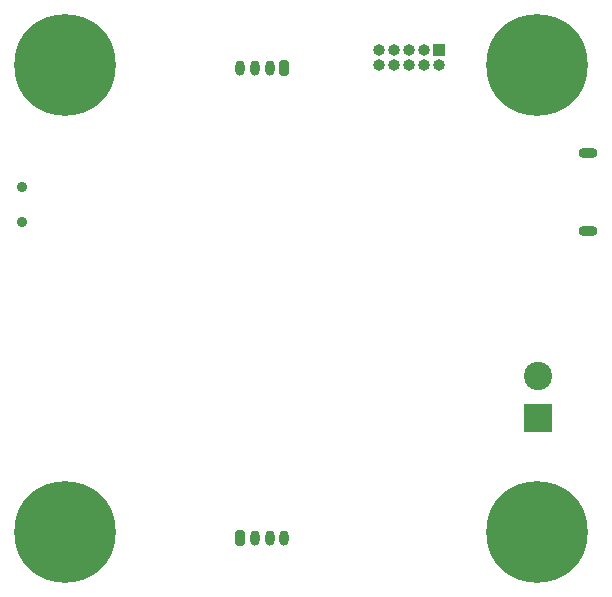
<source format=gbr>
%TF.GenerationSoftware,KiCad,Pcbnew,8.0.5-8.0.5-0~ubuntu24.04.1*%
%TF.CreationDate,2024-09-30T02:40:30+03:30*%
%TF.ProjectId,stm32buckusb,73746d33-3262-4756-936b-7573622e6b69,rev?*%
%TF.SameCoordinates,Original*%
%TF.FileFunction,Soldermask,Bot*%
%TF.FilePolarity,Negative*%
%FSLAX46Y46*%
G04 Gerber Fmt 4.6, Leading zero omitted, Abs format (unit mm)*
G04 Created by KiCad (PCBNEW 8.0.5-8.0.5-0~ubuntu24.04.1) date 2024-09-30 02:40:30*
%MOMM*%
%LPD*%
G01*
G04 APERTURE LIST*
G04 Aperture macros list*
%AMRoundRect*
0 Rectangle with rounded corners*
0 $1 Rounding radius*
0 $2 $3 $4 $5 $6 $7 $8 $9 X,Y pos of 4 corners*
0 Add a 4 corners polygon primitive as box body*
4,1,4,$2,$3,$4,$5,$6,$7,$8,$9,$2,$3,0*
0 Add four circle primitives for the rounded corners*
1,1,$1+$1,$2,$3*
1,1,$1+$1,$4,$5*
1,1,$1+$1,$6,$7*
1,1,$1+$1,$8,$9*
0 Add four rect primitives between the rounded corners*
20,1,$1+$1,$2,$3,$4,$5,0*
20,1,$1+$1,$4,$5,$6,$7,0*
20,1,$1+$1,$6,$7,$8,$9,0*
20,1,$1+$1,$8,$9,$2,$3,0*%
G04 Aperture macros list end*
%ADD10R,1.000000X1.000000*%
%ADD11O,1.000000X1.000000*%
%ADD12C,0.900000*%
%ADD13C,8.600000*%
%ADD14RoundRect,0.200000X-0.200000X-0.450000X0.200000X-0.450000X0.200000X0.450000X-0.200000X0.450000X0*%
%ADD15O,0.800000X1.300000*%
%ADD16O,1.600000X0.900000*%
%ADD17RoundRect,0.200000X0.200000X0.450000X-0.200000X0.450000X-0.200000X-0.450000X0.200000X-0.450000X0*%
%ADD18R,2.400000X2.400000*%
%ADD19C,2.400000*%
G04 APERTURE END LIST*
D10*
%TO.C,J2*%
X117200000Y-77000000D03*
D11*
X117200000Y-78270000D03*
X115930000Y-77000000D03*
X115930000Y-78270000D03*
X114660000Y-77000000D03*
X114660000Y-78270000D03*
X113390000Y-77000000D03*
X113390000Y-78270000D03*
X112120000Y-77000000D03*
X112120000Y-78270000D03*
%TD*%
D12*
%TO.C,SW1*%
X81900000Y-88550000D03*
X81900000Y-91550000D03*
%TD*%
%TO.C,H4*%
X82305419Y-117780419D03*
X83250000Y-115500000D03*
X83250000Y-120060838D03*
X85530419Y-114555419D03*
D13*
X85530419Y-117780419D03*
D12*
X85530419Y-121005419D03*
X87810838Y-115500000D03*
X87810838Y-120060838D03*
X88755419Y-117780419D03*
%TD*%
%TO.C,H1*%
X122244581Y-78250000D03*
X123189162Y-75969581D03*
X123189162Y-80530419D03*
X125469581Y-75025000D03*
D13*
X125469581Y-78250000D03*
D12*
X125469581Y-81475000D03*
X127750000Y-75969581D03*
X127750000Y-80530419D03*
X128694581Y-78250000D03*
%TD*%
D14*
%TO.C,J4*%
X100325000Y-118300000D03*
D15*
X101575000Y-118300000D03*
X102825000Y-118300000D03*
X104075000Y-118300000D03*
%TD*%
D12*
%TO.C,H3*%
X82305419Y-78280419D03*
X83250000Y-76000000D03*
X83250000Y-80560838D03*
X85530419Y-75055419D03*
D13*
X85530419Y-78280419D03*
D12*
X85530419Y-81505419D03*
X87810838Y-76000000D03*
X87810838Y-80560838D03*
X88755419Y-78280419D03*
%TD*%
%TO.C,H2*%
X122275000Y-117750000D03*
X123219581Y-115469581D03*
X123219581Y-120030419D03*
X125500000Y-114525000D03*
D13*
X125500000Y-117750000D03*
D12*
X125500000Y-120975000D03*
X127780419Y-115469581D03*
X127780419Y-120030419D03*
X128725000Y-117750000D03*
%TD*%
D16*
%TO.C,J5*%
X129800000Y-85700000D03*
X129800000Y-92300000D03*
%TD*%
D17*
%TO.C,J3*%
X104075000Y-78500000D03*
D15*
X102825000Y-78500000D03*
X101575000Y-78500000D03*
X100325000Y-78500000D03*
%TD*%
D18*
%TO.C,J1*%
X125550000Y-108100000D03*
D19*
X125550000Y-104600000D03*
%TD*%
M02*

</source>
